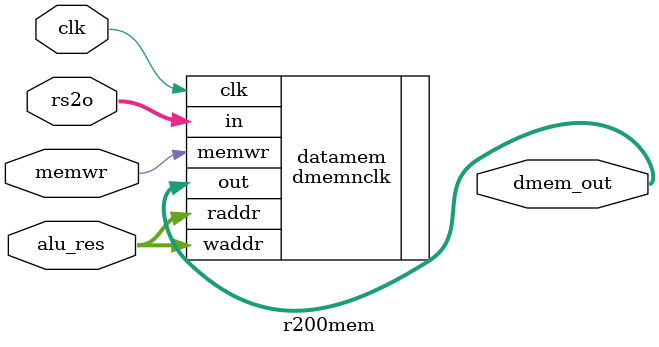
<source format=v>
module r200mem(
	alu_res,
	rs2o,
	memwr,
	dmem_out,
	clk
);
//input wires
input wire clk;
input wire [31:0] rs2o; 
input wire [31:0] alu_res;
input wire memwr;
//output wires
output wire [31:0] dmem_out;



dmemnclk datamem(
	.out(dmem_out),
	.raddr(alu_res),
	.waddr(alu_res),
	.in(rs2o),
	.memwr(memwr),
	.clk(clk)
);

endmodule

</source>
